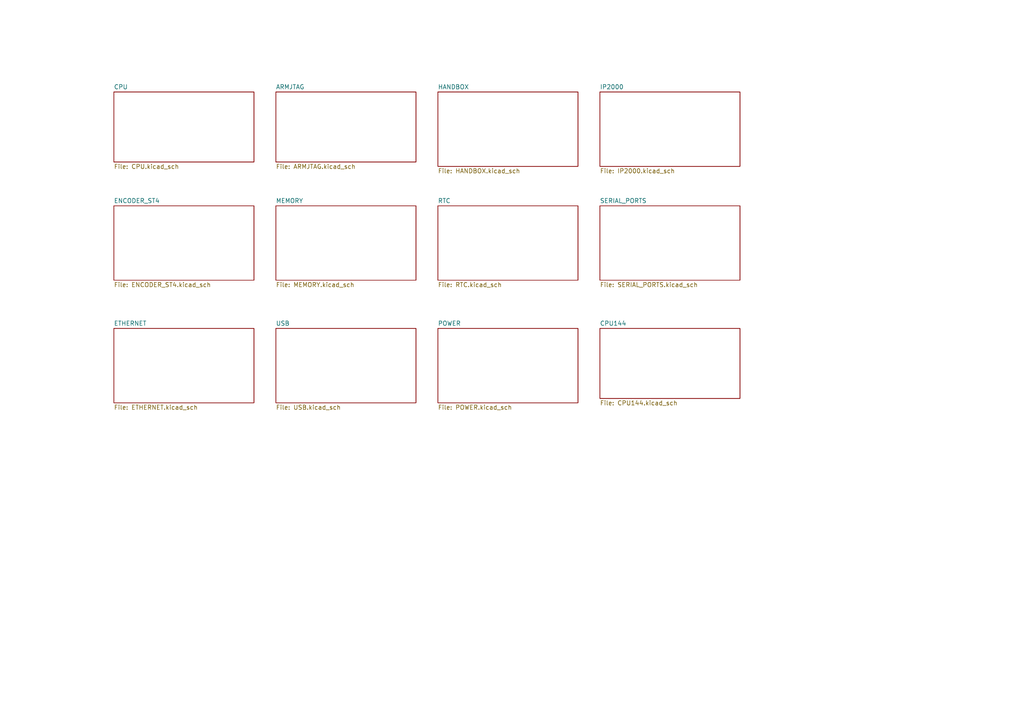
<source format=kicad_sch>
(kicad_sch
	(version 20231120)
	(generator "eeschema")
	(generator_version "8.0")
	(uuid "23fb4e01-bd67-4f42-b847-eb8f032104db")
	(paper "A4")
	(lib_symbols)
	(sheet
		(at 127 59.69)
		(size 40.64 21.59)
		(fields_autoplaced yes)
		(stroke
			(width 0.1524)
			(type solid)
		)
		(fill
			(color 0 0 0 0.0000)
		)
		(uuid "043205c9-3a98-4c09-89e8-23e1b5c2e99e")
		(property "Sheetname" "RTC"
			(at 127 58.9784 0)
			(effects
				(font
					(size 1.27 1.27)
				)
				(justify left bottom)
			)
		)
		(property "Sheetfile" "RTC.kicad_sch"
			(at 127 81.8646 0)
			(effects
				(font
					(size 1.27 1.27)
				)
				(justify left top)
			)
		)
		(instances
			(project "ControllerBoard"
				(path "/23fb4e01-bd67-4f42-b847-eb8f032104db"
					(page "9")
				)
			)
		)
	)
	(sheet
		(at 173.99 26.67)
		(size 40.64 21.59)
		(fields_autoplaced yes)
		(stroke
			(width 0.1524)
			(type solid)
		)
		(fill
			(color 0 0 0 0.0000)
		)
		(uuid "05ab9ef6-e420-4e49-bbe1-b3ce9fe2404c")
		(property "Sheetname" "IP2000"
			(at 173.99 25.9584 0)
			(effects
				(font
					(size 1.27 1.27)
				)
				(justify left bottom)
			)
		)
		(property "Sheetfile" "IP2000.kicad_sch"
			(at 173.99 48.8446 0)
			(effects
				(font
					(size 1.27 1.27)
				)
				(justify left top)
			)
		)
		(instances
			(project "ControllerBoard"
				(path "/23fb4e01-bd67-4f42-b847-eb8f032104db"
					(page "7")
				)
			)
		)
	)
	(sheet
		(at 173.99 95.25)
		(size 40.64 20.32)
		(fields_autoplaced yes)
		(stroke
			(width 0.1524)
			(type solid)
		)
		(fill
			(color 0 0 0 0.0000)
		)
		(uuid "17101fef-8343-4dce-82af-3746999bb95b")
		(property "Sheetname" "CPU144"
			(at 173.99 94.5384 0)
			(effects
				(font
					(size 1.27 1.27)
				)
				(justify left bottom)
			)
		)
		(property "Sheetfile" "CPU144.kicad_sch"
			(at 173.99 116.1546 0)
			(effects
				(font
					(size 1.27 1.27)
				)
				(justify left top)
			)
		)
		(instances
			(project "ControllerBoard"
				(path "/23fb4e01-bd67-4f42-b847-eb8f032104db"
					(page "13")
				)
			)
		)
	)
	(sheet
		(at 80.01 59.69)
		(size 40.64 21.59)
		(fields_autoplaced yes)
		(stroke
			(width 0.1524)
			(type solid)
		)
		(fill
			(color 0 0 0 0.0000)
		)
		(uuid "5ad049e6-7efd-4a75-9c61-53c5a3e04e9d")
		(property "Sheetname" "MEMORY"
			(at 80.01 58.9784 0)
			(effects
				(font
					(size 1.27 1.27)
				)
				(justify left bottom)
			)
		)
		(property "Sheetfile" "MEMORY.kicad_sch"
			(at 80.01 81.8646 0)
			(effects
				(font
					(size 1.27 1.27)
				)
				(justify left top)
			)
		)
		(instances
			(project "ControllerBoard"
				(path "/23fb4e01-bd67-4f42-b847-eb8f032104db"
					(page "8")
				)
			)
		)
	)
	(sheet
		(at 80.01 26.67)
		(size 40.64 20.32)
		(fields_autoplaced yes)
		(stroke
			(width 0.1524)
			(type solid)
		)
		(fill
			(color 0 0 0 0.0000)
		)
		(uuid "72958180-cf53-4620-8305-aaa8de2cb76d")
		(property "Sheetname" "ARMJTAG"
			(at 80.01 25.9584 0)
			(effects
				(font
					(size 1.27 1.27)
				)
				(justify left bottom)
			)
		)
		(property "Sheetfile" "ARMJTAG.kicad_sch"
			(at 80.01 47.5746 0)
			(effects
				(font
					(size 1.27 1.27)
				)
				(justify left top)
			)
		)
		(instances
			(project "ControllerBoard"
				(path "/23fb4e01-bd67-4f42-b847-eb8f032104db"
					(page "3")
				)
			)
		)
	)
	(sheet
		(at 127 95.25)
		(size 40.64 21.59)
		(fields_autoplaced yes)
		(stroke
			(width 0.1524)
			(type solid)
		)
		(fill
			(color 0 0 0 0.0000)
		)
		(uuid "7cdb8463-d685-42d3-845d-0a0acc1707ee")
		(property "Sheetname" "POWER"
			(at 127 94.5384 0)
			(effects
				(font
					(size 1.27 1.27)
				)
				(justify left bottom)
			)
		)
		(property "Sheetfile" "POWER.kicad_sch"
			(at 127 117.4246 0)
			(effects
				(font
					(size 1.27 1.27)
				)
				(justify left top)
			)
		)
		(instances
			(project "ControllerBoard"
				(path "/23fb4e01-bd67-4f42-b847-eb8f032104db"
					(page "12")
				)
			)
		)
	)
	(sheet
		(at 127 26.67)
		(size 40.64 21.59)
		(fields_autoplaced yes)
		(stroke
			(width 0.1524)
			(type solid)
		)
		(fill
			(color 0 0 0 0.0000)
		)
		(uuid "9501a7f2-6542-41bd-a497-d7b96b25decc")
		(property "Sheetname" "HANDBOX"
			(at 127 25.9584 0)
			(effects
				(font
					(size 1.27 1.27)
				)
				(justify left bottom)
			)
		)
		(property "Sheetfile" "HANDBOX.kicad_sch"
			(at 127 48.8446 0)
			(effects
				(font
					(size 1.27 1.27)
				)
				(justify left top)
			)
		)
		(instances
			(project "ControllerBoard"
				(path "/23fb4e01-bd67-4f42-b847-eb8f032104db"
					(page "6")
				)
			)
		)
	)
	(sheet
		(at 33.02 95.25)
		(size 40.64 21.59)
		(fields_autoplaced yes)
		(stroke
			(width 0.1524)
			(type solid)
		)
		(fill
			(color 0 0 0 0.0000)
		)
		(uuid "bd692d1d-e46b-4fde-a8dc-1f1736ddf42f")
		(property "Sheetname" "ETHERNET"
			(at 33.02 94.5384 0)
			(effects
				(font
					(size 1.27 1.27)
				)
				(justify left bottom)
			)
		)
		(property "Sheetfile" "ETHERNET.kicad_sch"
			(at 33.02 117.4246 0)
			(effects
				(font
					(size 1.27 1.27)
				)
				(justify left top)
			)
		)
		(instances
			(project "ControllerBoard"
				(path "/23fb4e01-bd67-4f42-b847-eb8f032104db"
					(page "5")
				)
			)
		)
	)
	(sheet
		(at 173.99 59.69)
		(size 40.64 21.59)
		(fields_autoplaced yes)
		(stroke
			(width 0.1524)
			(type solid)
		)
		(fill
			(color 0 0 0 0.0000)
		)
		(uuid "be1f604b-d510-4e00-a8a2-0873550b7b14")
		(property "Sheetname" "SERIAL_PORTS"
			(at 173.99 58.9784 0)
			(effects
				(font
					(size 1.27 1.27)
				)
				(justify left bottom)
			)
		)
		(property "Sheetfile" "SERIAL_PORTS.kicad_sch"
			(at 173.99 81.8646 0)
			(effects
				(font
					(size 1.27 1.27)
				)
				(justify left top)
			)
		)
		(instances
			(project "ControllerBoard"
				(path "/23fb4e01-bd67-4f42-b847-eb8f032104db"
					(page "10")
				)
			)
		)
	)
	(sheet
		(at 33.02 26.67)
		(size 40.64 20.32)
		(fields_autoplaced yes)
		(stroke
			(width 0.1524)
			(type solid)
		)
		(fill
			(color 0 0 0 0.0000)
		)
		(uuid "cad281f9-4de1-4e10-a9d7-f0a82f7bb3b6")
		(property "Sheetname" "CPU"
			(at 33.02 25.9584 0)
			(effects
				(font
					(size 1.27 1.27)
				)
				(justify left bottom)
			)
		)
		(property "Sheetfile" "CPU.kicad_sch"
			(at 33.02 47.5746 0)
			(effects
				(font
					(size 1.27 1.27)
				)
				(justify left top)
			)
		)
		(instances
			(project "ControllerBoard"
				(path "/23fb4e01-bd67-4f42-b847-eb8f032104db"
					(page "2")
				)
			)
		)
	)
	(sheet
		(at 80.01 95.25)
		(size 40.64 21.59)
		(fields_autoplaced yes)
		(stroke
			(width 0.1524)
			(type solid)
		)
		(fill
			(color 0 0 0 0.0000)
		)
		(uuid "d11232ed-8a18-402a-8789-74f1e8de4ce1")
		(property "Sheetname" "USB"
			(at 80.01 94.5384 0)
			(effects
				(font
					(size 1.27 1.27)
				)
				(justify left bottom)
			)
		)
		(property "Sheetfile" "USB.kicad_sch"
			(at 80.01 117.4246 0)
			(effects
				(font
					(size 1.27 1.27)
				)
				(justify left top)
			)
		)
		(instances
			(project "ControllerBoard"
				(path "/23fb4e01-bd67-4f42-b847-eb8f032104db"
					(page "11")
				)
			)
		)
	)
	(sheet
		(at 33.02 59.69)
		(size 40.64 21.59)
		(fields_autoplaced yes)
		(stroke
			(width 0.1524)
			(type solid)
		)
		(fill
			(color 0 0 0 0.0000)
		)
		(uuid "f3af85fa-45d8-4c40-b376-e343445d1d95")
		(property "Sheetname" "ENCODER_ST4"
			(at 33.02 58.9784 0)
			(effects
				(font
					(size 1.27 1.27)
				)
				(justify left bottom)
			)
		)
		(property "Sheetfile" "ENCODER_ST4.kicad_sch"
			(at 33.02 81.8646 0)
			(effects
				(font
					(size 1.27 1.27)
				)
				(justify left top)
			)
		)
		(instances
			(project "ControllerBoard"
				(path "/23fb4e01-bd67-4f42-b847-eb8f032104db"
					(page "4")
				)
			)
		)
	)
	(sheet_instances
		(path "/"
			(page "1")
		)
	)
)

</source>
